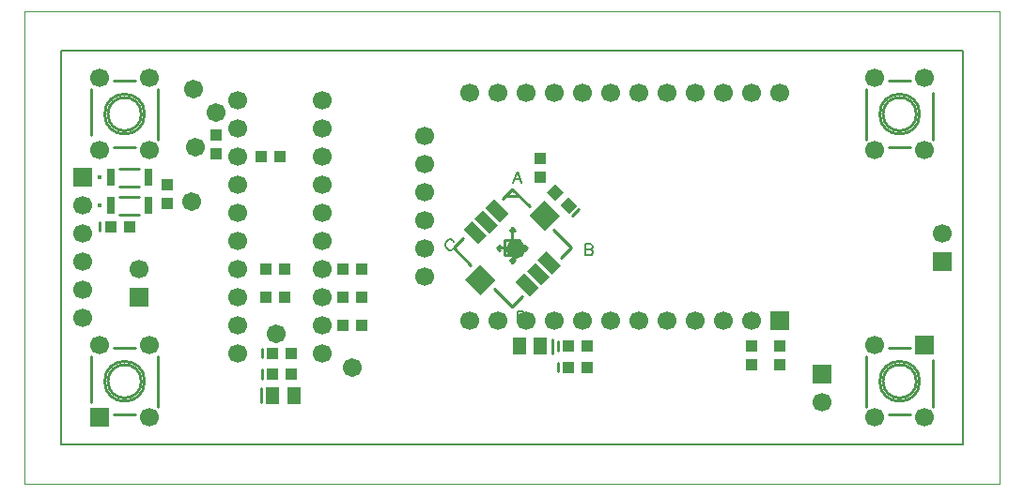
<source format=gbr>
G04 DipTrace 2.4.0.2*
%INTopAssy.gbr*%
%MOIN*%
%ADD10C,0.0098*%
%ADD11C,0.006*%
%ADD17C,0.0013*%
%ADD18R,0.0394X0.0433*%
%ADD19R,0.0433X0.0394*%
%ADD20R,0.0512X0.0591*%
%ADD21C,0.0157*%
%ADD22R,0.0315X0.063*%
%ADD23R,0.0669X0.0669*%
%ADD24C,0.0669*%
%ADD25C,0.067*%
%ADD59C,0.0062*%
%FSLAX44Y44*%
G04*
G70*
G90*
G75*
G01*
%LNTopAssy*%
%LPD*%
X18200Y11288D2*
D10*
X17852Y10940D1*
X19592Y12680D2*
X19940Y13028D1*
X20566Y12402D1*
X17852Y10940D2*
X18478Y10314D1*
X21680Y10592D2*
X22028Y10940D1*
X21402Y11566D2*
X22028Y10940D1*
X19314Y9478D2*
X19940Y8852D1*
X20288Y9200D2*
X19940Y8852D1*
X19692Y12779D2*
X20189D1*
X19675Y11205D2*
X20205D1*
Y10675D1*
X19675D1*
Y11205D2*
Y10675D1*
X19940Y11294D2*
Y11647D1*
X19852Y11559D1*
X19940Y11647D2*
X20028Y11558D1*
X20293Y10940D2*
X20470D1*
X20382Y10852D1*
X20470Y10940D2*
X20382Y11029D1*
X19940Y10586D2*
Y10409D1*
X20028Y10498D1*
X19940Y10409D2*
X19852Y10498D1*
X19586Y10940D2*
X19410D1*
X19498Y11028D1*
X19410Y10940D2*
X19498Y10852D1*
X19815Y10940D2*
G02X19815Y10940I125J0D01*
G01*
G36*
X18993Y12360D2*
X19300Y12666D1*
X19815Y12151D1*
X19508Y11845D1*
X18993Y12360D1*
G37*
G36*
X18604Y11970D2*
X18910Y12276D1*
X19425Y11761D1*
X19119Y11455D1*
X18604Y11970D1*
G37*
G36*
X18214Y11580D2*
X18520Y11887D1*
X19035Y11372D1*
X18729Y11065D1*
X18214Y11580D1*
G37*
G36*
X20065Y9729D2*
X20371Y10035D1*
X20887Y9520D1*
X20580Y9214D1*
X20065Y9729D1*
G37*
G36*
X20455Y10119D2*
X20761Y10425D1*
X21276Y9910D1*
X20970Y9604D1*
X20455Y10119D1*
G37*
G36*
X20845Y10509D2*
X21151Y10815D1*
X21666Y10300D1*
X21360Y9993D1*
X20845Y10509D1*
G37*
G36*
X21067Y12624D2*
X21624Y12067D1*
X21095Y11539D1*
X20539Y12095D1*
X21067Y12624D1*
G37*
G36*
X18785Y10341D2*
X19341Y9785D1*
X18813Y9256D1*
X18256Y9813D1*
X18785Y10341D1*
G37*
X5316Y11533D2*
D10*
Y11847D1*
D19*
X5690Y11690D3*
X6359D3*
X11026Y5434D2*
D10*
Y5946D1*
D20*
X11440Y5690D3*
X12188D3*
X11066Y6283D2*
D10*
Y6597D1*
D19*
X11440Y6440D3*
X12109D3*
X11066Y7033D2*
D10*
Y7347D1*
D19*
X11440Y7190D3*
X12109D3*
X21354Y7696D2*
D10*
Y7184D1*
D20*
X20940Y7440D3*
X20192D3*
X21566Y6533D2*
D10*
Y6847D1*
D19*
X21940Y6690D3*
X22609D3*
X21566Y7283D2*
D10*
Y7597D1*
D19*
X21940Y7440D3*
X22609D3*
X6005Y12755D2*
D10*
X6714D1*
X6005Y12125D2*
X6714D1*
D21*
X5316Y12440D3*
D22*
X5690D3*
X7029D3*
X6005Y13755D2*
D10*
X6714D1*
X6005Y13125D2*
X6714D1*
D21*
X5316Y13440D3*
D22*
X5690D3*
X7029D3*
X22288Y12315D2*
D10*
X22065Y12092D1*
G36*
X21648Y12454D2*
X21926Y12732D1*
X22232Y12426D1*
X21954Y12148D1*
X21648Y12454D1*
G37*
G36*
X21174Y12927D2*
X21453Y13206D1*
X21759Y12899D1*
X21481Y12621D1*
X21174Y12927D1*
G37*
D23*
X6690Y9190D3*
D24*
Y10190D3*
D23*
X30940Y6440D3*
D24*
Y5440D3*
D23*
X4690Y13440D3*
D24*
Y12440D3*
Y11440D3*
Y10440D3*
Y9440D3*
Y8440D3*
D23*
X35190Y10440D3*
D24*
Y11440D3*
D23*
X29440Y8360D3*
D24*
X28440Y8355D3*
X27440D3*
X26440D3*
X25440D3*
X24440D3*
X23440D3*
X22440D3*
X21440D3*
X20440D3*
X19440D3*
X18440D3*
X16840Y9900D3*
Y10900D3*
Y11900D3*
Y12900D3*
Y13900D3*
Y14900D3*
X18440Y16440D3*
X19440D3*
X20440D3*
X21440D3*
X22440D3*
X23440D3*
X24440D3*
X25440D3*
X26440D3*
X27440D3*
X28440D3*
X29440D3*
D25*
X9440Y15753D3*
X8627Y16565D3*
X8690Y14503D3*
X20065Y10878D3*
X14252Y6690D3*
X11565Y7878D3*
X8565Y12565D3*
D18*
X7690Y13190D3*
Y12521D3*
X9440Y14940D3*
Y14271D3*
D19*
X13940Y8190D3*
X14609D3*
D18*
X20940Y13440D3*
Y14109D3*
D19*
X11690Y14190D3*
X11021D3*
X13940Y9190D3*
X14609D3*
X13940Y10190D3*
X14609D3*
X11190D3*
X11859D3*
X11190Y9190D3*
X11859D3*
D18*
X28440Y7440D3*
Y6771D3*
X29440Y7440D3*
Y6771D3*
X32981Y15690D2*
D10*
G02X32981Y15690I709J0D01*
G01*
X32509Y16596D2*
Y14784D1*
X33296Y14509D2*
X34084D1*
X34871Y14784D2*
Y16438D1*
X34084Y16871D2*
X33296D1*
X33099Y15690D2*
G02X33099Y15690I591J0D01*
G01*
D24*
X34576Y16970D3*
X32804D3*
Y14410D3*
X34576D3*
X32981Y6190D2*
D10*
G02X32981Y6190I709J0D01*
G01*
X32509Y7096D2*
Y5284D1*
X33296Y5009D2*
X34084D1*
X34871Y5284D2*
Y6938D1*
X34084Y7371D2*
X33296D1*
X33099Y6190D2*
G02X33099Y6190I591J0D01*
G01*
D23*
X34576Y7470D3*
D24*
X32804D3*
Y4910D3*
X34576D3*
X5481Y15690D2*
D10*
G02X5481Y15690I709J0D01*
G01*
X7371Y14784D2*
Y16596D1*
X6584Y16871D2*
X5796D1*
X5009Y16596D2*
Y14942D1*
X5796Y14509D2*
X6584D1*
X5600Y15690D2*
G02X5600Y15690I591J0D01*
G01*
D24*
X5304Y14410D3*
X7076D3*
Y16970D3*
X5304D3*
X5481Y6190D2*
D10*
G02X5481Y6190I709J0D01*
G01*
X7371Y5284D2*
Y7096D1*
X6584Y7371D2*
X5796D1*
X5009Y7096D2*
Y5442D1*
X5796Y5009D2*
X6584D1*
X5600Y6190D2*
G02X5600Y6190I591J0D01*
G01*
D23*
X5304Y4910D3*
D24*
X7076D3*
Y7470D3*
X5304D3*
X10190Y7190D3*
Y8190D3*
Y9190D3*
Y10190D3*
Y11190D3*
Y12190D3*
Y13190D3*
Y14190D3*
Y15190D3*
Y16190D3*
X13190Y7190D3*
Y8190D3*
Y9190D3*
Y10190D3*
Y11190D3*
Y12190D3*
Y13190D3*
Y14190D3*
Y15190D3*
Y16190D3*
X2640Y19340D2*
D17*
X37240D1*
Y2540D1*
X2640D1*
Y19340D1*
X20278Y13231D2*
D59*
X20124Y13633D1*
X19971Y13231D1*
X20029Y13365D2*
X20220D1*
X22534Y11069D2*
Y10667D1*
X22706D1*
X22764Y10687D1*
X22783Y10706D1*
X22802Y10744D1*
Y10801D1*
X22783Y10840D1*
X22764Y10859D1*
X22706Y10878D1*
X22764Y10897D1*
X22783Y10916D1*
X22802Y10954D1*
Y10993D1*
X22783Y11031D1*
X22764Y11050D1*
X22706Y11069D1*
X22534D1*
Y10878D2*
X22706D1*
X17871Y11151D2*
X17852Y11189D1*
X17814Y11227D1*
X17776Y11246D1*
X17699D1*
X17661Y11227D1*
X17623Y11189D1*
X17603Y11151D1*
X17584Y11093D1*
Y10997D1*
X17603Y10940D1*
X17623Y10902D1*
X17661Y10864D1*
X17699Y10844D1*
X17776D1*
X17814Y10864D1*
X17852Y10902D1*
X17871Y10940D1*
X20148Y8683D2*
Y8281D1*
X20281D1*
X20339Y8301D1*
X20377Y8339D1*
X20396Y8377D1*
X20415Y8434D1*
Y8530D1*
X20396Y8587D1*
X20377Y8626D1*
X20339Y8664D1*
X20281Y8683D1*
X20148D1*
X3940Y3940D2*
D11*
X35940D1*
Y17940D1*
X3940D1*
Y3940D1*
M02*

</source>
